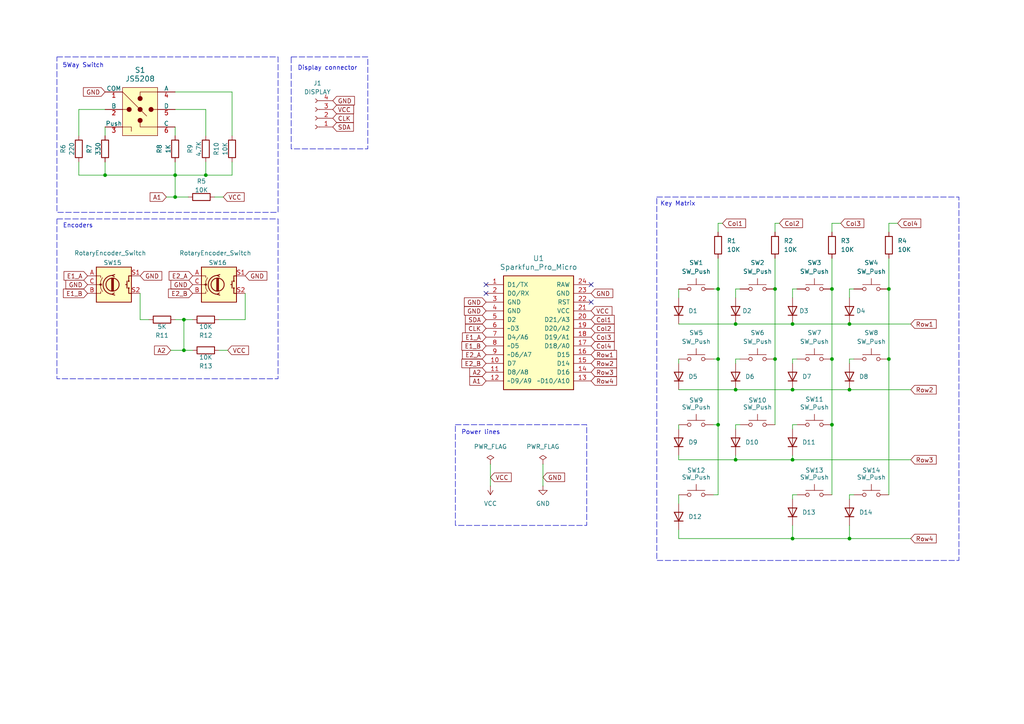
<source format=kicad_sch>
(kicad_sch (version 20250114) (generator "eeschema") (generator_version "9.0")
  (paper "A4")
  (title_block (title "Arduino pro micro based macro keyboard") (date "2025-08-25") (rev "1"))
  (lib_symbols
    (symbol "Arduino:Sparkfun_Pro_Micro" (pin_names (offset 1.016))
      (property "Reference" "U" (at -8.89 21.59 0))
      (property "Value" "Sparkfun_Pro_Micro" (at 0 19.05 0))
      (symbol "Sparkfun_Pro_Micro_0_1"
        (rectangle (start -10.16 17.78) (end 10.16 -15.24) (stroke (width 0.254)) (fill (type background)))
      )
      (symbol "Sparkfun_Pro_Micro_1_1"
        (pin bidirectional line (at -15.24 15.24 0) (length 5.08) (name "D1/TX") (number "1"))
        (pin bidirectional line (at -15.24 12.7 0) (length 5.08) (name "D0/RX") (number "2"))
        (pin power_in line (at -15.24 10.16 0) (length 5.08) (name "GND") (number "3"))
        (pin power_in line (at -15.24 7.62 0) (length 5.08) (name "GND") (number "4"))
        (pin bidirectional line (at -15.24 5.08 0) (length 5.08) (name "D2") (number "5"))
        (pin bidirectional line (at -15.24 2.54 0) (length 5.08) (name "~D3") (number "6"))
        (pin bidirectional line (at -15.24 0 0) (length 5.08) (name "D4/A6") (number "7"))
        (pin bidirectional line (at -15.24 -2.54 0) (length 5.08) (name "~D5") (number "8"))
        (pin bidirectional line (at -15.24 -5.08 0) (length 5.08) (name "~D6/A7") (number "9"))
        (pin bidirectional line (at -15.24 -7.62 0) (length 5.08) (name "D7") (number "10"))
        (pin bidirectional line (at -15.24 -10.16 0) (length 5.08) (name "D8/A8") (number "11"))
        (pin bidirectional line (at -15.24 -12.7 0) (length 5.08) (name "~D9/A9") (number "12"))
        (pin power_in line (at 15.24 15.24 180) (length 5.08) (name "RAW") (number "24"))
        (pin power_in line (at 15.24 12.7 180) (length 5.08) (name "GND") (number "23"))
        (pin input line (at 15.24 10.16 180) (length 5.08) (name "RST") (number "22"))
        (pin power_in line (at 15.24 7.62 180) (length 5.08) (name "VCC") (number "21"))
        (pin bidirectional line (at 15.24 5.08 180) (length 5.08) (name "D21/A3") (number "20"))
        (pin bidirectional line (at 15.24 2.54 180) (length 5.08) (name "D20/A2") (number "19"))
        (pin bidirectional line (at 15.24 0 180) (length 5.08) (name "D19/A1") (number "18"))
        (pin bidirectional line (at 15.24 -2.54 180) (length 5.08) (name "D18/A0") (number "17"))
        (pin bidirectional line (at 15.24 -5.08 180) (length 5.08) (name "D15") (number "16"))
        (pin bidirectional line (at 15.24 -7.62 180) (length 5.08) (name "D14") (number "15"))
        (pin bidirectional line (at 15.24 -10.16 180) (length 5.08) (name "D16") (number "14"))
        (pin bidirectional line (at 15.24 -12.7 180) (length 5.08) (name "~D10/A10") (number "13"))
      )
    )
    (symbol "Connector:Conn_01x04_Socket" (pin_names (offset 1.016) (hide yes))
      (property "Reference" "J" (at 0 5.08 0))
      (property "Value" "Conn_01x04_Socket" (at 0 -7.62 0))
      (symbol "Conn_01x04_Socket_1_1"
        (polyline (pts (xy -1.27 2.54) (xy -0.508 2.54)) (stroke (width 0.1524)))
        (polyline (pts (xy -1.27 0) (xy -0.508 0)) (stroke (width 0.1524)))
        (polyline (pts (xy -1.27 -2.54) (xy -0.508 -2.54)) (stroke (width 0.1524)))
        (polyline (pts (xy -1.27 -5.08) (xy -0.508 -5.08)) (stroke (width 0.1524)))
        (arc (start 0 2.032) (mid -0.5058 2.54) (end 0 3.048) (stroke (width 0.1524)))
        (arc (start 0 -0.508) (mid -0.5058 0) (end 0 0.508) (stroke (width 0.1524)))
        (arc (start 0 -3.048) (mid -0.5058 -2.54) (end 0 -2.032) (stroke (width 0.1524)))
        (arc (start 0 -5.588) (mid -0.5058 -5.08) (end 0 -4.572) (stroke (width 0.1524)))
        (pin passive line (at -5.08 2.54 0) (length 3.81) (name "Pin_1") (number "1"))
        (pin passive line (at -5.08 0 0) (length 3.81) (name "Pin_2") (number "2"))
        (pin passive line (at -5.08 -2.54 0) (length 3.81) (name "Pin_3") (number "3"))
        (pin passive line (at -5.08 -5.08 0) (length 3.81) (name "Pin_4") (number "4"))
      )
    )
    (symbol "Device:R" (pin_numbers (hide yes)) (pin_names (offset 0))
      (property "Reference" "R" (at 2.032 0 90))
      (property "Value" "R" (at 0 0 90))
      (symbol "R_0_1"
        (rectangle (start -1.016 -2.54) (end 1.016 2.54) (stroke (width 0.254)))
      )
      (symbol "R_1_1"
        (pin passive line (at 0 3.81 270) (length 1.27) (name "~") (number "1"))
        (pin passive line (at 0 -3.81 90) (length 1.27) (name "~") (number "2"))
      )
    )
    (symbol "Device:RotaryEncoder_Switch" (pin_names (offset 0.254) (hide yes))
      (property "Reference" "SW" (at 0 6.604 0))
      (property "Value" "RotaryEncoder_Switch" (at 0 -6.604 0))
      (symbol "RotaryEncoder_Switch_0_1"
        (rectangle (start -5.08 5.08) (end 5.08 -5.08) (stroke (width 0.254)) (fill (type background)))
        (polyline (pts (xy -5.08 2.54) (xy -3.81 2.54) (xy -3.81 2.032)))
        (polyline (pts (xy -5.08 0) (xy -3.81 0) (xy -3.81 -1.016) (xy -3.302 -2.032)))
        (polyline (pts (xy -5.08 -2.54) (xy -3.81 -2.54) (xy -3.81 -2.032)))
        (polyline (pts (xy -4.318 0) (xy -3.81 0) (xy -3.81 1.016) (xy -3.302 2.032)))
        (circle (center -3.81 0) (radius 0.254) (fill (type outline)))
        (polyline (pts (xy -0.635 -1.778) (xy -0.635 1.778)) (stroke (width 0.254)))
        (circle (center -0.381 0) (radius 1.905) (stroke (width 0.254)))
        (polyline (pts (xy -0.381 -1.778) (xy -0.381 1.778)) (stroke (width 0.254)))
        (arc (start -0.381 -2.794) (mid -3.0988 -0.0635) (end -0.381 2.667) (stroke (width 0.254)))
        (polyline (pts (xy -0.127 1.778) (xy -0.127 -1.778)) (stroke (width 0.254)))
        (polyline (pts (xy 0.254 2.921) (xy -0.508 2.667) (xy 0.127 2.286)) (stroke (width 0.254)))
        (polyline (pts (xy 0.254 -3.048) (xy -0.508 -2.794) (xy 0.127 -2.413)) (stroke (width 0.254)))
        (polyline (pts (xy 3.81 1.016) (xy 3.81 -1.016)) (stroke (width 0.254)))
        (polyline (pts (xy 3.81 0) (xy 3.429 0)) (stroke (width 0.254)))
        (circle (center 4.318 1.016) (radius 0.127) (stroke (width 0.254)))
        (circle (center 4.318 -1.016) (radius 0.127) (stroke (width 0.254)))
        (polyline (pts (xy 5.08 2.54) (xy 4.318 2.54) (xy 4.318 1.016)) (stroke (width 0.254)))
        (polyline (pts (xy 5.08 -2.54) (xy 4.318 -2.54) (xy 4.318 -1.016)) (stroke (width 0.254)))
      )
      (symbol "RotaryEncoder_Switch_1_1"
        (pin passive line (at -7.62 2.54 0) (length 2.54) (name "A") (number "A"))
        (pin passive line (at -7.62 0 0) (length 2.54) (name "C") (number "C"))
        (pin passive line (at -7.62 -2.54 0) (length 2.54) (name "B") (number "B"))
        (pin passive line (at 7.62 2.54 180) (length 2.54) (name "S1") (number "S1"))
        (pin passive line (at 7.62 -2.54 180) (length 2.54) (name "S2") (number "S2"))
      )
    )
    (symbol "Diode:1N4148WT" (pin_numbers (hide yes)) (pin_names (hide yes))
      (property "Reference" "D" (at 0 2.54 0))
      (property "Value" "1N4148WT" (at 0 -2.54 0))
      (symbol "1N4148WT_0_1"
        (polyline (pts (xy -1.27 1.27) (xy -1.27 -1.27)) (stroke (width 0.254)))
        (polyline (pts (xy 1.27 1.27) (xy 1.27 -1.27) (xy -1.27 0) (xy 1.27 1.27)) (stroke (width 0.254)))
        (polyline (pts (xy 1.27 0) (xy -1.27 0)))
      )
      (symbol "1N4148WT_1_1"
        (pin passive line (at -3.81 0 0) (length 2.54) (name "K") (number "1"))
        (pin passive line (at 3.81 0 180) (length 2.54) (name "A") (number "2"))
      )
    )
    (symbol "Switch:SW_Push" (pin_numbers (hide yes)) (pin_names (offset 1.016) (hide yes))
      (property "Reference" "SW" (at 1.27 2.54 0))
      (property "Value" "SW_Push" (at 0 -1.524 0))
      (symbol "SW_Push_0_1"
        (circle (center -2.032 0) (radius 0.508))
        (polyline (pts (xy 0 1.27) (xy 0 3.048)))
        (circle (center 2.032 0) (radius 0.508))
        (polyline (pts (xy 2.54 1.27) (xy -2.54 1.27)))
        (pin passive line (at -5.08 0 0) (length 2.54) (name "1") (number "1"))
        (pin passive line (at 5.08 0 180) (length 2.54) (name "2") (number "2"))
      )
    )
    (symbol "dk_Navigation-Switches-Joystick:JS5208" (pin_names (offset 0))
      (property "Reference" "S" (at -5.08 7.62 0))
      (property "Value" "JS5208" (at 0 -8.89 0))
      (symbol "JS5208_0_1"
        (rectangle (start -5.08 6.35) (end 5.08 -7.62) (fill (type background)))
        (polyline (pts (xy -5.08 5.08) (xy 1.905 -1.905)))
        (polyline (pts (xy -5.08 0) (xy -3.81 0)))
        (polyline (pts (xy -5.08 -5.08) (xy -2.54 -5.08) (xy -2.54 -6.35)))
        (circle (center -3.175 0) (radius 0.635) (fill (type outline)))
        (circle (center 0 3.175) (radius 0.635) (fill (type outline)))
        (circle (center 0 0) (radius 0.635) (fill (type outline)))
        (circle (center 0 -3.175) (radius 0.635) (fill (type outline)))
        (circle (center 3.175 0) (radius 0.635) (fill (type outline)))
        (polyline (pts (xy 5.08 5.08) (xy 0 5.08) (xy 0 3.81)))
        (polyline (pts (xy 5.08 0) (xy 3.81 0)))
        (polyline (pts (xy 5.08 -5.08) (xy 0 -5.08) (xy 0 -3.81)))
      )
      (symbol "JS5208_1_1"
        (pin passive line (at -10.16 5.08 0) (length 5.08) (name "COM") (number "1"))
        (pin passive line (at -10.16 0 0) (length 5.08) (name "B") (number "2"))
        (pin passive line (at -10.16 -5.08 0) (length 5.08) (name "Push") (number "3"))
        (pin passive line (at 10.16 5.08 180) (length 5.08) (name "A") (number "4"))
        (pin passive line (at 10.16 0 180) (length 5.08) (name "D") (number "5"))
        (pin passive line (at 10.16 -5.08 180) (length 5.08) (name "C") (number "6"))
      )
    )
    (symbol "power:GND" (power) (pin_numbers (hide yes)) (pin_names (offset 0) (hide yes))
      (property "Value" "GND" (at 0 -3.81 0))
      (symbol "GND_0_1"
        (polyline (pts (xy 0 0) (xy 0 -1.27) (xy 1.27 -1.27) (xy 0 -2.54) (xy -1.27 -1.27) (xy 0 -1.27)))
      )
      (symbol "GND_1_1"
        (pin power_in line (at 0 0 270) (length 0) (name "~") (number "1"))
      )
    )
    (symbol "power:PWR_FLAG" (power) (pin_numbers (hide yes)) (pin_names (offset 0) (hide yes))
      (property "Value" "PWR_FLAG" (at 0 3.81 0))
      (symbol "PWR_FLAG_0_0"
        (pin power_out line (at 0 0 90) (length 0) (name "~") (number "1"))
      )
      (symbol "PWR_FLAG_0_1"
        (polyline (pts (xy 0 0) (xy 0 1.27) (xy -1.016 1.905) (xy 0 2.54) (xy 1.016 1.905) (xy 0 1.27)))
      )
    )
    (symbol "power:VCC" (power) (pin_numbers (hide yes)) (pin_names (offset 0) (hide yes))
      (property "Value" "VCC" (at 0 3.556 0))
      (symbol "VCC_0_1"
        (polyline (pts (xy -0.762 1.27) (xy 0 2.54)))
        (polyline (pts (xy 0 2.54) (xy 0.762 1.27)))
        (polyline (pts (xy 0 0) (xy 0 2.54)))
      )
      (symbol "VCC_1_1"
        (pin power_in line (at 0 0 90) (length 0) (name "~") (number "1"))
      )
    )
  )
  (rectangle (start 132.08 123.19) (end 170.18 152.4) (stroke (width 0) (type dash)))
  (rectangle (start 190.5 57.15) (end 278.13 162.56) (stroke (width 0) (type dash)))
  (rectangle (start 84.455 16.51) (end 106.68 43.18) (stroke (width 0) (type dash)))
  (rectangle (start 16.51 16.51) (end 80.645 61.595) (stroke (width 0) (type dash)))
  (rectangle (start 16.51 63.5) (end 80.645 109.855) (stroke (width 0) (type dash)))
  (text "Encoders" (at 22.606 65.532 0) (effects (font (size 1.27 1.27))))
  (text "Power lines" (at 139.446 125.476 0) (effects (font (size 1.27 1.27))))
  (text "Key Matrix\n" (at 196.596 59.182 0) (effects (font (size 1.27 1.27))))
  (text "Display connector" (at 94.996 19.812 0) (effects (font (size 1.27 1.27))))
  (text "5Way Switch" (at 24.13 19.05 0) (effects (font (size 1.27 1.27))))
  (junction (at 241.3 123.19))
  (junction (at 246.38 113.03))
  (junction (at 53.34 92.71))
  (junction (at 246.38 156.21))
  (junction (at 229.87 113.03))
  (junction (at 30.48 50.8))
  (junction (at 59.69 50.8))
  (junction (at 213.36 133.35))
  (junction (at 208.28 83.82))
  (junction (at 229.87 156.21))
  (junction (at 208.28 123.19))
  (junction (at 224.79 83.82))
  (junction (at 213.36 93.98))
  (junction (at 50.8 57.15))
  (junction (at 257.81 104.14))
  (junction (at 208.28 104.14))
  (junction (at 53.34 101.6))
  (junction (at 50.8 50.8))
  (junction (at 246.38 93.98))
  (junction (at 224.79 104.14))
  (junction (at 257.81 83.82))
  (junction (at 213.36 113.03))
  (junction (at 241.3 83.82))
  (junction (at 229.87 93.98))
  (junction (at 241.3 104.14))
  (junction (at 229.87 133.35))
  (no_connect (at 171.45 87.63))
  (no_connect (at 140.97 82.55))
  (no_connect (at 171.45 82.55))
  (no_connect (at 140.97 85.09))
  (wire (pts (xy 246.38 113.03) (xy 264.16 113.03)))
  (wire (pts (xy 50.8 31.75) (xy 59.69 31.75)))
  (wire (pts (xy 241.3 104.14) (xy 241.3 123.19)))
  (wire (pts (xy 246.38 152.4) (xy 246.38 156.21)))
  (wire (pts (xy 243.84 64.77) (xy 241.3 64.77)))
  (wire (pts (xy 246.38 156.21) (xy 229.87 156.21)))
  (wire (pts (xy 229.87 83.82) (xy 231.14 83.82)))
  (wire (pts (xy 208.28 83.82) (xy 208.28 104.14)))
  (wire (pts (xy 213.36 123.19) (xy 214.63 123.19)))
  (wire (pts (xy 208.28 143.51) (xy 208.28 123.19)))
  (wire (pts (xy 229.87 123.19) (xy 231.14 123.19)))
  (wire (pts (xy 196.85 156.21) (xy 196.85 153.67)))
  (wire (pts (xy 247.65 104.14) (xy 246.38 104.14)))
  (wire (pts (xy 246.38 83.82) (xy 246.38 86.36)))
  (wire (pts (xy 229.87 113.03) (xy 246.38 113.03)))
  (wire (pts (xy 231.14 143.51) (xy 229.87 143.51)))
  (wire (pts (xy 208.28 104.14) (xy 208.28 123.19)))
  (wire (pts (xy 50.8 50.8) (xy 50.8 57.15)))
  (wire (pts (xy 229.87 132.08) (xy 229.87 133.35)))
  (wire (pts (xy 247.65 83.82) (xy 246.38 83.82)))
  (wire (pts (xy 224.79 104.14) (xy 224.79 123.19)))
  (wire (pts (xy 30.48 31.75) (xy 22.86 31.75)))
  (wire (pts (xy 207.01 143.51) (xy 208.28 143.51)))
  (wire (pts (xy 213.36 83.82) (xy 214.63 83.82)))
  (wire (pts (xy 241.3 64.77) (xy 241.3 67.31)))
  (wire (pts (xy 59.69 50.8) (xy 67.31 50.8)))
  (wire (pts (xy 257.81 83.82) (xy 257.81 104.14)))
  (wire (pts (xy 63.5 101.6) (xy 66.04 101.6)))
  (wire (pts (xy 207.01 83.82) (xy 208.28 83.82)))
  (wire (pts (xy 224.79 83.82) (xy 224.79 104.14)))
  (wire (pts (xy 229.87 152.4) (xy 229.87 156.21)))
  (wire (pts (xy 213.36 83.82) (xy 213.36 86.36)))
  (wire (pts (xy 196.85 143.51) (xy 196.85 146.05)))
  (wire (pts (xy 22.86 31.75) (xy 22.86 39.37)))
  (wire (pts (xy 196.85 123.19) (xy 196.85 124.46)))
  (wire (pts (xy 229.87 133.35) (xy 264.16 133.35)))
  (wire (pts (xy 50.8 92.71) (xy 53.34 92.71)))
  (wire (pts (xy 224.79 74.93) (xy 224.79 83.82)))
  (wire (pts (xy 196.85 93.98) (xy 213.36 93.98)))
  (wire (pts (xy 142.24 134.62) (xy 142.24 140.97)))
  (wire (pts (xy 207.01 123.19) (xy 208.28 123.19)))
  (wire (pts (xy 30.48 39.37) (xy 30.48 36.83)))
  (wire (pts (xy 196.85 113.03) (xy 213.36 113.03)))
  (wire (pts (xy 62.23 57.15) (xy 64.77 57.15)))
  (wire (pts (xy 53.34 101.6) (xy 55.88 101.6)))
  (wire (pts (xy 49.53 101.6) (xy 53.34 101.6)))
  (wire (pts (xy 213.36 133.35) (xy 229.87 133.35)))
  (wire (pts (xy 50.8 46.99) (xy 50.8 50.8)))
  (wire (pts (xy 71.12 92.71) (xy 71.12 85.09)))
  (wire (pts (xy 229.87 143.51) (xy 229.87 144.78)))
  (wire (pts (xy 213.36 104.14) (xy 213.36 105.41)))
  (wire (pts (xy 59.69 31.75) (xy 59.69 39.37)))
  (wire (pts (xy 208.28 64.77) (xy 208.28 67.31)))
  (wire (pts (xy 48.26 57.15) (xy 50.8 57.15)))
  (wire (pts (xy 196.85 83.82) (xy 196.85 86.36)))
  (wire (pts (xy 208.28 104.14) (xy 207.01 104.14)))
  (wire (pts (xy 22.86 46.99) (xy 22.86 50.8)))
  (wire (pts (xy 50.8 26.67) (xy 67.31 26.67)))
  (wire (pts (xy 50.8 36.83) (xy 50.8 39.37)))
  (wire (pts (xy 213.36 132.08) (xy 213.36 133.35)))
  (wire (pts (xy 157.48 134.62) (xy 157.48 140.97)))
  (wire (pts (xy 196.85 133.35) (xy 213.36 133.35)))
  (wire (pts (xy 40.64 92.71) (xy 40.64 85.09)))
  (wire (pts (xy 257.81 74.93) (xy 257.81 83.82)))
  (wire (pts (xy 196.85 104.14) (xy 196.85 105.41)))
  (wire (pts (xy 213.36 113.03) (xy 229.87 113.03)))
  (wire (pts (xy 229.87 156.21) (xy 196.85 156.21)))
  (wire (pts (xy 67.31 46.99) (xy 67.31 50.8)))
  (wire (pts (xy 213.36 104.14) (xy 214.63 104.14)))
  (wire (pts (xy 246.38 143.51) (xy 246.38 144.78)))
  (wire (pts (xy 213.36 123.19) (xy 213.36 124.46)))
  (wire (pts (xy 213.36 93.98) (xy 229.87 93.98)))
  (wire (pts (xy 229.87 93.98) (xy 246.38 93.98)))
  (wire (pts (xy 40.64 92.71) (xy 43.18 92.71)))
  (wire (pts (xy 67.31 26.67) (xy 67.31 39.37)))
  (wire (pts (xy 229.87 123.19) (xy 229.87 124.46)))
  (wire (pts (xy 257.81 104.14) (xy 257.81 143.51)))
  (wire (pts (xy 53.34 92.71) (xy 55.88 92.71)))
  (wire (pts (xy 264.16 156.21) (xy 246.38 156.21)))
  (wire (pts (xy 53.34 101.6) (xy 53.34 92.71)))
  (wire (pts (xy 226.06 64.77) (xy 224.79 64.77)))
  (wire (pts (xy 30.48 50.8) (xy 50.8 50.8)))
  (wire (pts (xy 50.8 50.8) (xy 59.69 50.8)))
  (wire (pts (xy 59.69 46.99) (xy 59.69 50.8)))
  (wire (pts (xy 209.55 64.77) (xy 208.28 64.77)))
  (wire (pts (xy 229.87 83.82) (xy 229.87 86.36)))
  (wire (pts (xy 260.35 64.77) (xy 257.81 64.77)))
  (wire (pts (xy 30.48 50.8) (xy 30.48 46.99)))
  (wire (pts (xy 241.3 83.82) (xy 241.3 104.14)))
  (wire (pts (xy 208.28 74.93) (xy 208.28 83.82)))
  (wire (pts (xy 247.65 143.51) (xy 246.38 143.51)))
  (wire (pts (xy 246.38 93.98) (xy 264.16 93.98)))
  (wire (pts (xy 22.86 50.8) (xy 30.48 50.8)))
  (wire (pts (xy 229.87 104.14) (xy 231.14 104.14)))
  (wire (pts (xy 224.79 64.77) (xy 224.79 67.31)))
  (wire (pts (xy 196.85 132.08) (xy 196.85 133.35)))
  (wire (pts (xy 63.5 92.71) (xy 71.12 92.71)))
  (wire (pts (xy 241.3 74.93) (xy 241.3 83.82)))
  (wire (pts (xy 50.8 57.15) (xy 54.61 57.15)))
  (wire (pts (xy 246.38 104.14) (xy 246.38 105.41)))
  (wire (pts (xy 241.3 123.19) (xy 241.3 143.51)))
  (wire (pts (xy 229.87 104.14) (xy 229.87 105.41)))
  (wire (pts (xy 257.81 64.77) (xy 257.81 67.31)))
  (global_label "Row3" (shape input) (at 171.45 107.95 0) (property "Intersheetrefs" "${INTERSHEET_REFS}" (effects (hide yes))))
  (global_label "VCC" (shape input) (at 66.04 101.6 0) (property "Intersheetrefs" "${INTERSHEET_REFS}" (effects (hide yes))))
  (global_label "A1" (shape input) (at 48.26 57.15 180) (property "Intersheetrefs" "${INTERSHEET_REFS}" (effects (hide yes))))
  (global_label "E2_A" (shape input) (at 55.88 80.01 180) (property "Intersheetrefs" "${INTERSHEET_REFS}" (effects (hide yes))))
  (global_label "GND" (shape input) (at 40.64 80.01 0) (property "Intersheetrefs" "${INTERSHEET_REFS}" (effects (hide yes))))
  (global_label "Col1" (shape input) (at 209.55 64.77 0) (property "Intersheetrefs" "${INTERSHEET_REFS}" (effects (hide yes))))
  (global_label "GND" (shape input) (at 171.45 85.09 0) (property "Intersheetrefs" "${INTERSHEET_REFS}" (effects (hide yes))))
  (global_label "Row1" (shape input) (at 171.45 102.87 0) (property "Intersheetrefs" "${INTERSHEET_REFS}" (effects (hide yes))))
  (global_label "GND" (shape input) (at 140.97 90.17 180) (property "Intersheetrefs" "${INTERSHEET_REFS}" (effects (hide yes))))
  (global_label "Row4" (shape input) (at 264.16 156.21 0) (property "Intersheetrefs" "${INTERSHEET_REFS}" (effects (hide yes))))
  (global_label "E1_A" (shape input) (at 140.97 97.79 180) (property "Intersheetrefs" "${INTERSHEET_REFS}" (effects (hide yes))))
  (global_label "CLK" (shape input) (at 140.97 95.25 180) (property "Intersheetrefs" "${INTERSHEET_REFS}" (effects (hide yes))))
  (global_label "Col2" (shape input) (at 226.06 64.77 0) (property "Intersheetrefs" "${INTERSHEET_REFS}" (effects (hide yes))))
  (global_label "Row2" (shape input) (at 171.45 105.41 0) (property "Intersheetrefs" "${INTERSHEET_REFS}" (effects (hide yes))))
  (global_label "E2_A" (shape input) (at 140.97 102.87 180) (property "Intersheetrefs" "${INTERSHEET_REFS}" (effects (hide yes))))
  (global_label "E2_B" (shape input) (at 55.88 85.09 180) (property "Intersheetrefs" "${INTERSHEET_REFS}" (effects (hide yes))))
  (global_label "GND" (shape input) (at 55.88 82.55 180) (property "Intersheetrefs" "${INTERSHEET_REFS}" (effects (hide yes))))
  (global_label "Col4" (shape input) (at 171.45 100.33 0) (property "Intersheetrefs" "${INTERSHEET_REFS}" (effects (hide yes))))
  (global_label "Col3" (shape input) (at 243.84 64.77 0) (property "Intersheetrefs" "${INTERSHEET_REFS}" (effects (hide yes))))
  (global_label "Row4" (shape input) (at 171.45 110.49 0) (property "Intersheetrefs" "${INTERSHEET_REFS}" (effects (hide yes))))
  (global_label "Row2" (shape input) (at 264.16 113.03 0) (property "Intersheetrefs" "${INTERSHEET_REFS}" (effects (hide yes))))
  (global_label "GND" (shape input) (at 25.4 82.55 180) (property "Intersheetrefs" "${INTERSHEET_REFS}" (effects (hide yes))))
  (global_label "Col1" (shape input) (at 171.45 92.71 0) (property "Intersheetrefs" "${INTERSHEET_REFS}" (effects (hide yes))))
  (global_label "Col3" (shape input) (at 171.45 97.79 0) (property "Intersheetrefs" "${INTERSHEET_REFS}" (effects (hide yes))))
  (global_label "E1_B" (shape input) (at 140.97 100.33 180) (property "Intersheetrefs" "${INTERSHEET_REFS}" (effects (hide yes))))
  (global_label "A1" (shape input) (at 140.97 110.49 180) (property "Intersheetrefs" "${INTERSHEET_REFS}" (effects (hide yes))))
  (global_label "E2_B" (shape input) (at 140.97 105.41 180) (property "Intersheetrefs" "${INTERSHEET_REFS}" (effects (hide yes))))
  (global_label "VCC" (shape input) (at 171.45 90.17 0) (property "Intersheetrefs" "${INTERSHEET_REFS}" (effects (hide yes))))
  (global_label "GND" (shape input) (at 71.12 80.01 0) (property "Intersheetrefs" "${INTERSHEET_REFS}" (effects (hide yes))))
  (global_label "SDA" (shape input) (at 96.52 36.83 0) (property "Intersheetrefs" "${INTERSHEET_REFS}" (effects (hide yes))))
  (global_label "A2" (shape input) (at 140.97 107.95 180) (property "Intersheetrefs" "${INTERSHEET_REFS}" (effects (hide yes))))
  (global_label "GND" (shape input) (at 30.48 26.67 180) (property "Intersheetrefs" "${INTERSHEET_REFS}" (effects (hide yes))))
  (global_label "E1_B" (shape input) (at 25.4 85.09 180) (property "Intersheetrefs" "${INTERSHEET_REFS}" (effects (hide yes))))
  (global_label "Col2" (shape input) (at 171.45 95.25 0) (property "Intersheetrefs" "${INTERSHEET_REFS}" (effects (hide yes))))
  (global_label "A2" (shape input) (at 49.53 101.6 180) (property "Intersheetrefs" "${INTERSHEET_REFS}" (effects (hide yes))))
  (global_label "E1_A" (shape input) (at 25.4 80.01 180) (property "Intersheetrefs" "${INTERSHEET_REFS}" (effects (hide yes))))
  (global_label "Row3" (shape input) (at 264.16 133.35 0) (property "Intersheetrefs" "${INTERSHEET_REFS}" (effects (hide yes))))
  (global_label "VCC" (shape input) (at 64.77 57.15 0) (property "Intersheetrefs" "${INTERSHEET_REFS}" (effects (hide yes))))
  (global_label "Col4" (shape input) (at 260.35 64.77 0) (property "Intersheetrefs" "${INTERSHEET_REFS}" (effects (hide yes))))
  (global_label "Row1" (shape input) (at 264.16 93.98 0) (property "Intersheetrefs" "${INTERSHEET_REFS}" (effects (hide yes))))
  (global_label "GND" (shape input) (at 96.52 29.21 0) (property "Intersheetrefs" "${INTERSHEET_REFS}" (effects (hide yes))))
  (global_label "GND" (shape input) (at 140.97 87.63 180) (property "Intersheetrefs" "${INTERSHEET_REFS}" (effects (hide yes))))
  (global_label "VCC" (shape input) (at 96.52 31.75 0) (property "Intersheetrefs" "${INTERSHEET_REFS}" (effects (hide yes))))
  (global_label "SDA" (shape input) (at 140.97 92.71 180) (property "Intersheetrefs" "${INTERSHEET_REFS}" (effects (hide yes))))
  (global_label "VCC" (shape input) (at 142.24 138.43 0) (property "Intersheetrefs" "${INTERSHEET_REFS}" (effects (hide yes))))
  (global_label "GND" (shape input) (at 157.48 138.43 0) (property "Intersheetrefs" "${INTERSHEET_REFS}" (effects (hide yes))))
  (global_label "CLK" (shape input) (at 96.52 34.29 0) (property "Intersheetrefs" "${INTERSHEET_REFS}" (effects (hide yes))))
  (symbol (lib_id "Switch:SW_Push") (at 219.71 83.82 0) (unit 1)
    (property "Reference" "SW2" (at 219.71 76.2 0))
    (property "Value" "SW_Push" (at 219.71 78.74 0))
    (property "Footprint" "SW_Cherry_MX_1_with_3D:SW_Cherry_MX_1.00u_PCB_with_3D" (effects (hide yes)))
    (property "Description" "Push button switch, generic, two pins" (effects (hide yes)))
  )
  (symbol (lib_id "Device:R") (at 58.42 57.15 90) (unit 1)
    (property "Reference" "R5" (at 58.42 52.578 90))
    (property "Value" "10K" (at 58.42 55.118 90))
    (property "Footprint" "Resistor_SMD:R_1206_3216Metric" (effects (hide yes)))
    (property "Description" "Resistor" (effects (hide yes)))
  )
  (symbol (lib_id "Diode:1N4148WT") (at 246.38 109.22 90) (unit 1)
    (property "Reference" "D8" (at 249.174 109.22 90) (effects (justify right)))
    (property "Value" "1N4148WT" (effects (hide yes)))
    (property "Footprint" "Diode_SMD:D_1206_3216Metric" (effects (hide yes)))
    (property "Datasheet" "https://www.diodes.com/assets/Datasheets/ds30396.pdf" (effects (hide yes)))
    (property "Description" "75V 0.15A Fast switching Diode, SOD-523" (effects (hide yes)))
    (property "Sim.Device" "D" (effects (hide yes)))
    (property "Sim.Pins" "1=K 2=A" (effects (hide yes)))
  )
  (symbol (lib_id "Diode:1N4148WT") (at 229.87 128.27 90) (unit 1)
    (property "Reference" "D11" (at 232.664 128.27 90) (effects (justify right)))
    (property "Value" "1N4148WT" (effects (hide yes)))
    (property "Footprint" "Diode_SMD:D_1206_3216Metric" (effects (hide yes)))
    (property "Datasheet" "https://www.diodes.com/assets/Datasheets/ds30396.pdf" (effects (hide yes)))
    (property "Description" "75V 0.15A Fast switching Diode, SOD-523" (effects (hide yes)))
    (property "Sim.Device" "D" (effects (hide yes)))
    (property "Sim.Pins" "1=K 2=A" (effects (hide yes)))
  )
  (symbol (lib_id "Device:R") (at 59.69 43.18 180) (unit 1)
    (property "Reference" "R9" (at 55.118 43.18 90))
    (property "Value" "4.7K" (at 57.658 43.18 90))
    (property "Footprint" "Resistor_SMD:R_1206_3216Metric" (effects (hide yes)))
    (property "Description" "Resistor" (effects (hide yes)))
  )
  (symbol (lib_id "Connector:Conn_01x04_Socket") (at 91.44 34.29 180) (unit 1)
    (property "Reference" "J1" (at 92.075 24.13 0))
    (property "Value" "DISPLAY" (at 92.075 26.67 0))
    (property "Footprint" "Connector_JST:JST_XH_B4B-XH-AM_1x04_P2.50mm_Vertical" (effects (hide yes)))
    (property "Description" "Generic connector, single row, 01x04, script generated" (effects (hide yes)))
  )
  (symbol (lib_id "Diode:1N4148WT") (at 229.87 148.59 90) (unit 1)
    (property "Reference" "D13" (at 232.664 148.59 90) (effects (justify right)))
    (property "Value" "1N4148WT" (effects (hide yes)))
    (property "Footprint" "Diode_SMD:D_1206_3216Metric" (effects (hide yes)))
    (property "Datasheet" "https://www.diodes.com/assets/Datasheets/ds30396.pdf" (effects (hide yes)))
    (property "Description" "75V 0.15A Fast switching Diode, SOD-523" (effects (hide yes)))
    (property "Sim.Device" "D" (effects (hide yes)))
    (property "Sim.Pins" "1=K 2=A" (effects (hide yes)))
  )
  (symbol (lib_id "Device:R") (at 22.86 43.18 180) (unit 1)
    (property "Reference" "R6" (at 18.288 43.18 90))
    (property "Value" "220" (at 20.828 43.18 90))
    (property "Footprint" "Resistor_SMD:R_1206_3216Metric" (effects (hide yes)))
    (property "Description" "Resistor" (effects (hide yes)))
  )
  (symbol (lib_id "Device:R") (at 257.81 71.12 0) (unit 1)
    (property "Reference" "R4" (at 260.35 69.8499 0) (effects (justify left)))
    (property "Value" "10K" (at 260.35 72.3899 0) (effects (justify left)))
    (property "Footprint" "Resistor_SMD:R_1206_3216Metric" (effects (hide yes)))
    (property "Description" "Resistor" (effects (hide yes)))
  )
  (symbol (lib_id "Switch:SW_Push") (at 219.71 104.14 0) (unit 1)
    (property "Reference" "SW6" (at 219.71 96.52 0))
    (property "Value" "SW_Push" (at 219.71 99.06 0))
    (property "Footprint" "SW_Cherry_MX_1_with_3D:SW_Cherry_MX_1.00u_PCB_with_3D" (effects (hide yes)))
    (property "Description" "Push button switch, generic, two pins" (effects (hide yes)))
  )
  (symbol (lib_id "Diode:1N4148WT") (at 196.85 149.86 90) (unit 1)
    (property "Reference" "D12" (at 199.644 149.86 90) (effects (justify right)))
    (property "Value" "1N4148WT" (effects (hide yes)))
    (property "Footprint" "Diode_SMD:D_1206_3216Metric" (effects (hide yes)))
    (property "Datasheet" "https://www.diodes.com/assets/Datasheets/ds30396.pdf" (effects (hide yes)))
    (property "Description" "75V 0.15A Fast switching Diode, SOD-523" (effects (hide yes)))
    (property "Sim.Device" "D" (effects (hide yes)))
    (property "Sim.Pins" "1=K 2=A" (effects (hide yes)))
  )
  (symbol (lib_id "Diode:1N4148WT") (at 229.87 90.17 90) (unit 1)
    (property "Reference" "D3" (at 233.172 90.17 90))
    (property "Value" "1N4148WT" (effects (hide yes)))
    (property "Footprint" "Diode_SMD:D_1206_3216Metric" (effects (hide yes)))
    (property "Datasheet" "https://www.diodes.com/assets/Datasheets/ds30396.pdf" (effects (hide yes)))
    (property "Description" "75V 0.15A Fast switching Diode, SOD-523" (effects (hide yes)))
    (property "Sim.Device" "D" (effects (hide yes)))
    (property "Sim.Pins" "1=K 2=A" (effects (hide yes)))
  )
  (symbol (lib_id "Device:R") (at 67.31 43.18 180) (unit 1)
    (property "Reference" "R10" (at 62.738 43.18 90))
    (property "Value" "10K" (at 65.278 43.18 90))
    (property "Footprint" "Resistor_SMD:R_1206_3216Metric" (effects (hide yes)))
    (property "Description" "Resistor" (effects (hide yes)))
  )
  (symbol (lib_id "power:VCC") (at 142.24 140.97 180) (unit 1)
    (property "Reference" "#PWR02" (effects (hide yes)))
    (property "Value" "VCC" (at 142.24 146.05 0))
    (property "Description" "Power symbol creates a global label with name \"VCC\"" (effects (hide yes)))
  )
  (symbol (lib_id "Device:R") (at 224.79 71.12 0) (unit 1)
    (property "Reference" "R2" (at 227.33 69.8499 0) (effects (justify left)))
    (property "Value" "10K" (at 227.33 72.3899 0) (effects (justify left)))
    (property "Footprint" "Resistor_SMD:R_1206_3216Metric" (effects (hide yes)))
    (property "Description" "Resistor" (effects (hide yes)))
  )
  (symbol (lib_id "Diode:1N4148WT") (at 196.85 109.22 90) (unit 1)
    (property "Reference" "D5" (at 199.644 109.22 90) (effects (justify right)))
    (property "Value" "1N4148WT" (effects (hide yes)))
    (property "Footprint" "Diode_SMD:D_1206_3216Metric" (effects (hide yes)))
    (property "Datasheet" "https://www.diodes.com/assets/Datasheets/ds30396.pdf" (effects (hide yes)))
    (property "Description" "75V 0.15A Fast switching Diode, SOD-523" (effects (hide yes)))
    (property "Sim.Device" "D" (effects (hide yes)))
    (property "Sim.Pins" "1=K 2=A" (effects (hide yes)))
  )
  (symbol (lib_id "Switch:SW_Push") (at 236.22 123.19 0) (unit 1)
    (property "Reference" "SW11" (at 236.22 115.824 0))
    (property "Value" "SW_Push" (at 236.22 118.11 0))
    (property "Footprint" "SW_Cherry_MX_1_with_3D:SW_Cherry_MX_1.00u_PCB_with_3D" (effects (hide yes)))
    (property "Description" "Push button switch, generic, two pins" (effects (hide yes)))
  )
  (symbol (lib_id "Switch:SW_Push") (at 252.73 83.82 0) (unit 1)
    (property "Reference" "SW4" (at 252.73 76.2 0))
    (property "Value" "SW_Push" (at 252.73 78.74 0))
    (property "Footprint" "SW_Cherry_MX_1_with_3D:SW_Cherry_MX_1.00u_PCB_with_3D" (effects (hide yes)))
    (property "Description" "Push button switch, generic, two pins" (effects (hide yes)))
  )
  (symbol (lib_id "Switch:SW_Push") (at 236.22 83.82 0) (unit 1)
    (property "Reference" "SW3" (at 236.22 76.2 0))
    (property "Value" "SW_Push" (at 236.22 78.74 0))
    (property "Footprint" "SW_Cherry_MX_1_with_3D:SW_Cherry_MX_1.00u_PCB_with_3D" (effects (hide yes)))
    (property "Description" "Push button switch, generic, two pins" (effects (hide yes)))
  )
  (symbol (lib_id "Switch:SW_Push") (at 201.93 104.14 0) (unit 1)
    (property "Reference" "SW5" (at 201.93 96.52 0))
    (property "Value" "SW_Push" (at 201.93 99.06 0))
    (property "Footprint" "SW_Cherry_MX_1_with_3D:SW_Cherry_MX_1.00u_PCB_with_3D" (effects (hide yes)))
    (property "Description" "Push button switch, generic, two pins" (effects (hide yes)))
  )
  (symbol (lib_id "Diode:1N4148WT") (at 196.85 90.17 90) (unit 1)
    (property "Reference" "D1" (at 199.644 90.17 90) (effects (justify right)))
    (property "Value" "1N4148WT" (effects (hide yes)))
    (property "Footprint" "Diode_SMD:D_1206_3216Metric" (effects (hide yes)))
    (property "Datasheet" "https://www.diodes.com/assets/Datasheets/ds30396.pdf" (effects (hide yes)))
    (property "Description" "75V 0.15A Fast switching Diode, SOD-523" (effects (hide yes)))
    (property "Sim.Device" "D" (effects (hide yes)))
    (property "Sim.Pins" "1=K 2=A" (effects (hide yes)))
  )
  (symbol (lib_id "Diode:1N4148WT") (at 246.38 148.59 90) (unit 1)
    (property "Reference" "D14" (at 249.174 148.59 90) (effects (justify right)))
    (property "Value" "1N4148WT" (effects (hide yes)))
    (property "Footprint" "Diode_SMD:D_1206_3216Metric" (effects (hide yes)))
    (property "Datasheet" "https://www.diodes.com/assets/Datasheets/ds30396.pdf" (effects (hide yes)))
    (property "Description" "75V 0.15A Fast switching Diode, SOD-523" (effects (hide yes)))
    (property "Sim.Device" "D" (effects (hide yes)))
    (property "Sim.Pins" "1=K 2=A" (effects (hide yes)))
  )
  (symbol (lib_id "Arduino:Sparkfun_Pro_Micro") (at 156.21 97.79 0) (unit 1)
    (property "Reference" "U1" (at 156.21 74.93 0) (effects (font (size 1.524 1.524))))
    (property "Value" "Sparkfun_Pro_Micro" (at 156.21 77.47 0) (effects (font (size 1.524 1.524))))
    (property "Footprint" "Arduino:Sparkfun_Pro_Micro" (effects (hide yes)))
    (property "Datasheet" "https://www.sparkfun.com/products/12640" (effects (hide yes)))
    (property "Description" "Sparkfun Pro Micro" (effects (hide yes)))
  )
  (symbol (lib_id "Switch:SW_Push") (at 201.93 83.82 0) (unit 1)
    (property "Reference" "SW1" (at 201.93 76.2 0))
    (property "Value" "SW_Push" (at 201.93 78.74 0))
    (property "Footprint" "SW_Cherry_MX_1_with_3D:SW_Cherry_MX_1.00u_PCB_with_3D" (effects (hide yes)))
    (property "Description" "Push button switch, generic, two pins" (effects (hide yes)))
  )
  (symbol (lib_id "Device:RotaryEncoder_Switch") (at 33.02 82.55 0) (unit 1)
    (property "Reference" "SW15" (at 35.306 76.2 0) (effects (justify right)))
    (property "Value" "RotaryEncoder_Switch" (at 42.418 73.406 0) (effects (justify right)))
    (property "Footprint" "Rotary_Encoder:RotaryEncoder_Alps_EC11E-Switch_Vertical_H20mm" (effects (hide yes)))
    (property "Description" "Rotary encoder, dual channel, incremental quadrate outputs, with switch" (effects (hide yes)))
  )
  (symbol (lib_id "Diode:1N4148WT") (at 213.36 90.17 90) (unit 1)
    (property "Reference" "D2" (at 216.662 90.17 90))
    (property "Value" "1N4148WT" (effects (hide yes)))
    (property "Footprint" "Diode_SMD:D_1206_3216Metric" (effects (hide yes)))
    (property "Datasheet" "https://www.diodes.com/assets/Datasheets/ds30396.pdf" (effects (hide yes)))
    (property "Description" "75V 0.15A Fast switching Diode, SOD-523" (effects (hide yes)))
    (property "Sim.Device" "D" (effects (hide yes)))
    (property "Sim.Pins" "1=K 2=A" (effects (hide yes)))
  )
  (symbol (lib_id "Diode:1N4148WT") (at 213.36 109.22 90) (unit 1)
    (property "Reference" "D6" (at 216.154 109.22 90) (effects (justify right)))
    (property "Value" "1N4148WT" (effects (hide yes)))
    (property "Footprint" "Diode_SMD:D_1206_3216Metric" (effects (hide yes)))
    (property "Datasheet" "https://www.diodes.com/assets/Datasheets/ds30396.pdf" (effects (hide yes)))
    (property "Description" "75V 0.15A Fast switching Diode, SOD-523" (effects (hide yes)))
    (property "Sim.Device" "D" (effects (hide yes)))
    (property "Sim.Pins" "1=K 2=A" (effects (hide yes)))
  )
  (symbol (lib_id "Device:R") (at 59.69 101.6 270) (unit 1)
    (property "Reference" "R13" (at 59.69 106.172 90))
    (property "Value" "10K" (at 59.69 103.632 90))
    (property "Footprint" "Resistor_SMD:R_1206_3216Metric" (effects (hide yes)))
    (property "Description" "Resistor" (effects (hide yes)))
  )
  (symbol (lib_id "Switch:SW_Push") (at 236.22 143.51 0) (unit 1)
    (property "Reference" "SW13" (at 236.22 136.398 0))
    (property "Value" "SW_Push" (at 236.22 138.43 0))
    (property "Footprint" "SW_Cherry_MX_1_with_3D:SW_Cherry_MX_1.00u_PCB_with_3D" (effects (hide yes)))
    (property "Description" "Push button switch, generic, two pins" (effects (hide yes)))
  )
  (symbol (lib_id "Device:R") (at 50.8 43.18 180) (unit 1)
    (property "Reference" "R8" (at 46.228 43.18 90))
    (property "Value" "1K" (at 48.768 43.18 90))
    (property "Footprint" "Resistor_SMD:R_1206_3216Metric" (effects (hide yes)))
    (property "Description" "Resistor" (effects (hide yes)))
  )
  (symbol (lib_id "Device:R") (at 59.69 92.71 270) (unit 1)
    (property "Reference" "R12" (at 59.69 97.282 90))
    (property "Value" "10K" (at 59.69 94.742 90))
    (property "Footprint" "Resistor_SMD:R_1206_3216Metric" (effects (hide yes)))
    (property "Description" "Resistor" (effects (hide yes)))
  )
  (symbol (lib_id "Device:R") (at 208.28 71.12 0) (unit 1)
    (property "Reference" "R1" (at 210.82 69.8499 0) (effects (justify left)))
    (property "Value" "10K" (at 210.82 72.3899 0) (effects (justify left)))
    (property "Footprint" "Resistor_SMD:R_1206_3216Metric" (effects (hide yes)))
    (property "Description" "Resistor" (effects (hide yes)))
  )
  (symbol (lib_id "Switch:SW_Push") (at 201.93 123.19 0) (unit 1)
    (property "Reference" "SW9" (at 201.93 116.078 0))
    (property "Value" "SW_Push" (at 201.93 118.11 0))
    (property "Footprint" "SW_Cherry_MX_1_with_3D:SW_Cherry_MX_1.00u_PCB_with_3D" (effects (hide yes)))
    (property "Description" "Push button switch, generic, two pins" (effects (hide yes)))
  )
  (symbol (lib_id "Device:R") (at 241.3 71.12 0) (unit 1)
    (property "Reference" "R3" (at 243.84 69.8499 0) (effects (justify left)))
    (property "Value" "10K" (at 243.84 72.3899 0) (effects (justify left)))
    (property "Footprint" "Resistor_SMD:R_1206_3216Metric" (effects (hide yes)))
    (property "Description" "Resistor" (effects (hide yes)))
  )
  (symbol (lib_id "Switch:SW_Push") (at 219.71 123.19 0) (unit 1)
    (property "Reference" "SW10" (at 219.71 116.078 0))
    (property "Value" "SW_Push" (at 219.71 118.11 0))
    (property "Footprint" "SW_Cherry_MX_1_with_3D:SW_Cherry_MX_1.00u_PCB_with_3D" (effects (hide yes)))
    (property "Description" "Push button switch, generic, two pins" (effects (hide yes)))
  )
  (symbol (lib_id "Diode:1N4148WT") (at 229.87 109.22 90) (unit 1)
    (property "Reference" "D7" (at 232.664 109.22 90) (effects (justify right)))
    (property "Value" "1N4148WT" (effects (hide yes)))
    (property "Footprint" "Diode_SMD:D_1206_3216Metric" (effects (hide yes)))
    (property "Datasheet" "https://www.diodes.com/assets/Datasheets/ds30396.pdf" (effects (hide yes)))
    (property "Description" "75V 0.15A Fast switching Diode, SOD-523" (effects (hide yes)))
    (property "Sim.Device" "D" (effects (hide yes)))
    (property "Sim.Pins" "1=K 2=A" (effects (hide yes)))
  )
  (symbol (lib_id "Switch:SW_Push") (at 201.93 143.51 0) (unit 1)
    (property "Reference" "SW12" (at 201.93 136.398 0))
    (property "Value" "SW_Push" (at 201.93 138.43 0))
    (property "Footprint" "Button_Switch_Keyboard:SW_Cherry_MX_2.00u_PCB" (effects (hide yes)))
    (property "Description" "Push button switch, generic, two pins" (effects (hide yes)))
  )
  (symbol (lib_id "Switch:SW_Push") (at 252.73 104.14 0) (unit 1)
    (property "Reference" "SW8" (at 252.73 96.52 0))
    (property "Value" "SW_Push" (at 252.73 99.06 0))
    (property "Footprint" "Button_Switch_Keyboard:SW_Cherry_MX_2.00u_PCB" (effects (hide yes)))
    (property "Description" "Push button switch, generic, two pins" (effects (hide yes)))
  )
  (symbol (lib_id "Switch:SW_Push") (at 252.73 143.51 0) (unit 1)
    (property "Reference" "SW14" (at 252.73 136.398 0))
    (property "Value" "SW_Push" (at 252.73 138.43 0))
    (property "Footprint" "SW_Cherry_MX_1_with_3D:SW_Cherry_MX_1.00u_PCB_with_3D" (effects (hide yes)))
    (property "Description" "Push button switch, generic, two pins" (effects (hide yes)))
  )
  (symbol (lib_id "power:PWR_FLAG") (at 157.48 134.62 0) (unit 1)
    (property "Reference" "#FLG01" (effects (hide yes)))
    (property "Value" "PWR_FLAG" (at 157.48 129.54 0))
    (property "Description" "Special symbol for telling ERC where power comes from" (effects (hide yes)))
  )
  (symbol (lib_id "Device:R") (at 46.99 92.71 270) (unit 1)
    (property "Reference" "R11" (at 46.99 97.282 90))
    (property "Value" "5K" (at 46.99 94.742 90))
    (property "Footprint" "Resistor_SMD:R_1206_3216Metric" (effects (hide yes)))
    (property "Description" "Resistor" (effects (hide yes)))
  )
  (symbol (lib_id "Diode:1N4148WT") (at 213.36 128.27 90) (unit 1)
    (property "Reference" "D10" (at 216.154 128.27 90) (effects (justify right)))
    (property "Value" "1N4148WT" (effects (hide yes)))
    (property "Footprint" "Diode_SMD:D_1206_3216Metric" (effects (hide yes)))
    (property "Datasheet" "https://www.diodes.com/assets/Datasheets/ds30396.pdf" (effects (hide yes)))
    (property "Description" "75V 0.15A Fast switching Diode, SOD-523" (effects (hide yes)))
    (property "Sim.Device" "D" (effects (hide yes)))
    (property "Sim.Pins" "1=K 2=A" (effects (hide yes)))
  )
  (symbol (lib_id "Switch:SW_Push") (at 236.22 104.14 0) (unit 1)
    (property "Reference" "SW7" (at 236.22 96.52 0))
    (property "Value" "SW_Push" (at 236.22 99.06 0))
    (property "Footprint" "SW_Cherry_MX_1_with_3D:SW_Cherry_MX_1.00u_PCB_with_3D" (effects (hide yes)))
    (property "Description" "Push button switch, generic, two pins" (effects (hide yes)))
  )
  (symbol (lib_id "Device:R") (at 30.48 43.18 180) (unit 1)
    (property "Reference" "R7" (at 25.908 43.18 90))
    (property "Value" "330" (at 28.448 43.18 90))
    (property "Footprint" "Resistor_SMD:R_1206_3216Metric" (effects (hide yes)))
    (property "Description" "Resistor" (effects (hide yes)))
  )
  (symbol (lib_id "dk_Navigation-Switches-Joystick:JS5208") (at 40.64 31.75 0) (unit 1)
    (property "Reference" "S1" (at 40.64 20.32 0) (effects (font (size 1.524 1.524))))
    (property "Value" "JS5208" (at 40.64 22.86 0) (effects (font (size 1.524 1.524))))
    (property "Footprint" "5Way_Switch:5Way_switch" (effects (hide yes)))
    (property "Datasheet" "http://spec_sheets.e-switch.com/specs/P200020.pdf" (effects (hide yes)))
    (property "Description" "SWITCH NAVIGATION 20MA 15V" (effects (hide yes)))
    (property "Digi-Key_PN" "EG4561-ND" (effects (hide yes)))
    (property "MPN" "JS5208" (effects (hide yes)))
    (property "Category" "Switches" (effects (hide yes)))
    (property "Family" "Navigation Switches, Joystick" (effects (hide yes)))
    (property "DK_Datasheet_Link" "http://spec_sheets.e-switch.com/specs/P200020.pdf" (effects (hide yes)))
    (property "DK_Detail_Page" "/product-detail/en/e-switch/JS5208/EG4561-ND/1739634" (effects (hide yes)))
    (property "Description_1" "SWITCH NAVIGATION 20MA 15V" (effects (hide yes)))
    (property "Manufacturer" "E-Switch" (effects (hide yes)))
    (property "Status" "Active" (effects (hide yes)))
  )
  (symbol (lib_id "power:PWR_FLAG") (at 142.24 134.62 0) (unit 1)
    (property "Reference" "#FLG02" (effects (hide yes)))
    (property "Value" "PWR_FLAG" (at 142.24 129.54 0))
    (property "Description" "Special symbol for telling ERC where power comes from" (effects (hide yes)))
  )
  (symbol (lib_id "Diode:1N4148WT") (at 196.85 128.27 90) (unit 1)
    (property "Reference" "D9" (at 199.644 128.27 90) (effects (justify right)))
    (property "Value" "1N4148WT" (effects (hide yes)))
    (property "Footprint" "Diode_SMD:D_1206_3216Metric" (effects (hide yes)))
    (property "Datasheet" "https://www.diodes.com/assets/Datasheets/ds30396.pdf" (effects (hide yes)))
    (property "Description" "75V 0.15A Fast switching Diode, SOD-523" (effects (hide yes)))
    (property "Sim.Device" "D" (effects (hide yes)))
    (property "Sim.Pins" "1=K 2=A" (effects (hide yes)))
  )
  (symbol (lib_id "Diode:1N4148WT") (at 246.38 90.17 90) (unit 1)
    (property "Reference" "D4" (at 249.682 90.17 90))
    (property "Value" "1N4148WT" (effects (hide yes)))
    (property "Footprint" "Diode_SMD:D_1206_3216Metric" (effects (hide yes)))
    (property "Datasheet" "https://www.diodes.com/assets/Datasheets/ds30396.pdf" (effects (hide yes)))
    (property "Description" "75V 0.15A Fast switching Diode, SOD-523" (effects (hide yes)))
    (property "Sim.Device" "D" (effects (hide yes)))
    (property "Sim.Pins" "1=K 2=A" (effects (hide yes)))
  )
  (symbol (lib_id "power:GND") (at 157.48 140.97 0) (unit 1)
    (property "Reference" "#PWR01" (effects (hide yes)))
    (property "Value" "GND" (at 157.48 146.05 0))
    (property "Description" "Power symbol creates a global label with name \"GND\" , ground" (effects (hide yes)))
  )
  (symbol (lib_id "Device:RotaryEncoder_Switch") (at 63.5 82.55 0) (unit 1)
    (property "Reference" "SW16" (at 65.786 76.2 0) (effects (justify right)))
    (property "Value" "RotaryEncoder_Switch" (at 72.898 73.406 0) (effects (justify right)))
    (property "Footprint" "Rotary_Encoder:RotaryEncoder_Alps_EC11E-Switch_Vertical_H20mm" (effects (hide yes)))
    (property "Description" "Rotary encoder, dual channel, incremental quadrate outputs, with switch" (effects (hide yes)))
  )
)
</source>
